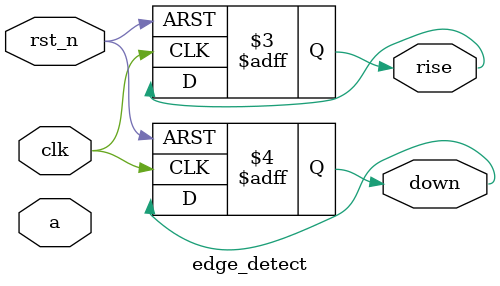
<source format=v>
module edge_detect(
	input clk,
	input rst_n,
	input a,
	
	output reg rise,
	output reg down
);

reg a1;
always @(posedge clk or negedge rst_n)begin
    if(~rst_n)begin
        a1 <= 1'b0;
        rise <= 1'b0;
        down <= 1'b0;
    end
    else begin
        a1 <= a;
    end
end
endmodule
</source>
